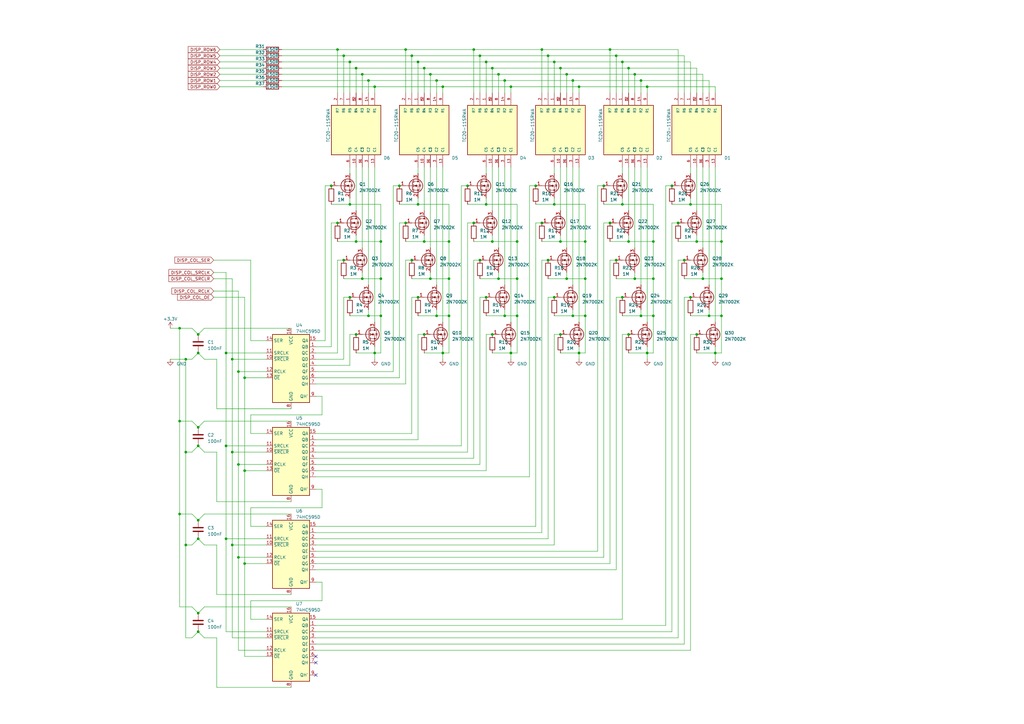
<source format=kicad_sch>
(kicad_sch (version 20230121) (generator eeschema)
  (paper "A3")
  (junction (at 201.93 137.16))
  (junction (at 257.81 27.94))
  (junction (at 232.41 30.48))
  (junction (at 81.28 213.36))
  (junction (at 73.66 134.62))
  (junction (at 143.51 25.4))
  (junction (at 227.33 25.4))
  (junction (at 275.59 76.2))
  (junction (at 224.79 106.68))
  (junction (at 260.35 30.48))
  (junction (at 151.13 33.02))
  (junction (at 229.87 27.94))
  (junction (at 179.07 33.02))
  (junction (at 92.71 220.98))
  (junction (at 201.93 27.94))
  (junction (at 219.71 76.2))
  (junction (at 194.31 91.44))
  (junction (at 194.31 20.32))
  (junction (at 229.87 137.16))
  (junction (at 240.03 114.3))
  (junction (at 81.28 251.46))
  (junction (at 100.33 193.04))
  (junction (at 257.81 99.06))
  (junction (at 171.45 25.4))
  (junction (at 181.61 35.56))
  (junction (at 151.13 129.54))
  (junction (at 81.28 144.78))
  (junction (at 240.03 99.06))
  (junction (at 250.19 91.44))
  (junction (at 285.75 137.16))
  (junction (at 199.39 83.82))
  (junction (at 196.85 106.68))
  (junction (at 212.09 129.54))
  (junction (at 257.81 137.16))
  (junction (at 222.25 91.44))
  (junction (at 209.55 35.56))
  (junction (at 196.85 22.86))
  (junction (at 173.99 137.16))
  (junction (at 229.87 99.06))
  (junction (at 163.83 76.2))
  (junction (at 181.61 144.78))
  (junction (at 227.33 83.82))
  (junction (at 224.79 22.86))
  (junction (at 293.37 144.78))
  (junction (at 100.33 154.94))
  (junction (at 278.13 91.44))
  (junction (at 265.43 144.78))
  (junction (at 283.21 121.92))
  (junction (at 153.67 35.56))
  (junction (at 146.05 99.06))
  (junction (at 240.03 129.54))
  (junction (at 252.73 106.68))
  (junction (at 76.2 185.42))
  (junction (at 267.97 114.3))
  (junction (at 73.66 210.82))
  (junction (at 146.05 27.94))
  (junction (at 173.99 99.06))
  (junction (at 92.71 182.88))
  (junction (at 184.15 114.3))
  (junction (at 237.49 144.78))
  (junction (at 81.28 175.26))
  (junction (at 267.97 129.54))
  (junction (at 138.43 20.32))
  (junction (at 237.49 35.56))
  (junction (at 173.99 27.94))
  (junction (at 97.79 152.4))
  (junction (at 176.53 114.3))
  (junction (at 97.79 228.6))
  (junction (at 295.91 129.54))
  (junction (at 168.91 22.86))
  (junction (at 171.45 121.92))
  (junction (at 135.89 76.2))
  (junction (at 81.28 259.08))
  (junction (at 95.25 185.42))
  (junction (at 199.39 121.92))
  (junction (at 146.05 137.16))
  (junction (at 295.91 114.3))
  (junction (at 179.07 129.54))
  (junction (at 234.95 33.02))
  (junction (at 148.59 114.3))
  (junction (at 207.01 33.02))
  (junction (at 199.39 25.4))
  (junction (at 252.73 22.86))
  (junction (at 92.71 144.78))
  (junction (at 283.21 83.82))
  (junction (at 166.37 20.32))
  (junction (at 176.53 30.48))
  (junction (at 255.27 83.82))
  (junction (at 222.25 20.32))
  (junction (at 247.65 76.2))
  (junction (at 73.66 172.72))
  (junction (at 168.91 106.68))
  (junction (at 201.93 99.06))
  (junction (at 153.67 144.78))
  (junction (at 250.19 20.32))
  (junction (at 255.27 25.4))
  (junction (at 207.01 129.54))
  (junction (at 288.29 114.3))
  (junction (at 212.09 114.3))
  (junction (at 138.43 91.44))
  (junction (at 290.83 129.54))
  (junction (at 81.28 220.98))
  (junction (at 156.21 99.06))
  (junction (at 280.67 106.68))
  (junction (at 140.97 106.68))
  (junction (at 100.33 231.14))
  (junction (at 143.51 121.92))
  (junction (at 95.25 223.52))
  (junction (at 148.59 30.48))
  (junction (at 234.95 129.54))
  (junction (at 232.41 114.3))
  (junction (at 262.89 33.02))
  (junction (at 262.89 129.54))
  (junction (at 156.21 114.3))
  (junction (at 184.15 99.06))
  (junction (at 260.35 114.3))
  (junction (at 184.15 129.54))
  (junction (at 171.45 83.82))
  (junction (at 76.2 147.32))
  (junction (at 143.51 83.82))
  (junction (at 140.97 22.86))
  (junction (at 95.25 147.32))
  (junction (at 156.21 129.54))
  (junction (at 265.43 35.56))
  (junction (at 267.97 99.06))
  (junction (at 285.75 99.06))
  (junction (at 97.79 190.5))
  (junction (at 255.27 121.92))
  (junction (at 204.47 114.3))
  (junction (at 76.2 223.52))
  (junction (at 227.33 121.92))
  (junction (at 191.77 76.2))
  (junction (at 81.28 137.16))
  (junction (at 166.37 91.44))
  (junction (at 212.09 99.06))
  (junction (at 81.28 182.88))
  (junction (at 295.91 99.06))
  (junction (at 209.55 144.78))
  (junction (at 204.47 30.48))
  (no_connect (at 129.54 271.78))
  (no_connect (at 129.54 276.86))
  (no_connect (at 129.54 269.24))
  (wire (pts (xy 204.47 68.58) (xy 204.47 101.6)))
  (wire (pts (xy 166.37 99.06) (xy 173.99 99.06)))
  (wire (pts (xy 115.57 20.32) (xy 138.43 20.32)))
  (wire (pts (xy 69.85 134.62) (xy 73.66 134.62)))
  (wire (pts (xy 88.9 147.32) (xy 88.9 167.64)))
  (wire (pts (xy 191.77 91.44) (xy 191.77 185.42)))
  (wire (pts (xy 201.93 27.94) (xy 173.99 27.94)))
  (wire (pts (xy 132.08 238.76) (xy 132.08 246.38)))
  (wire (pts (xy 285.75 27.94) (xy 257.81 27.94)))
  (wire (pts (xy 171.45 180.34) (xy 129.54 180.34)))
  (wire (pts (xy 78.74 210.82) (xy 81.28 213.36)))
  (wire (pts (xy 148.59 30.48) (xy 148.59 38.1)))
  (wire (pts (xy 109.22 259.08) (xy 92.71 259.08)))
  (wire (pts (xy 95.25 223.52) (xy 109.22 223.52)))
  (wire (pts (xy 199.39 129.54) (xy 207.01 129.54)))
  (wire (pts (xy 209.55 35.56) (xy 181.61 35.56)))
  (wire (pts (xy 73.66 248.92) (xy 78.74 248.92)))
  (wire (pts (xy 153.67 144.78) (xy 153.67 142.24)))
  (wire (pts (xy 179.07 127) (xy 179.07 129.54)))
  (wire (pts (xy 88.9 205.74) (xy 119.38 205.74)))
  (wire (pts (xy 252.73 233.68) (xy 129.54 233.68)))
  (wire (pts (xy 260.35 30.48) (xy 232.41 30.48)))
  (wire (pts (xy 129.54 226.06) (xy 245.11 226.06)))
  (wire (pts (xy 69.85 147.32) (xy 76.2 147.32)))
  (wire (pts (xy 290.83 68.58) (xy 290.83 116.84)))
  (wire (pts (xy 247.65 228.6) (xy 129.54 228.6)))
  (wire (pts (xy 171.45 68.58) (xy 171.45 71.12)))
  (wire (pts (xy 240.03 114.3) (xy 240.03 129.54)))
  (wire (pts (xy 129.54 142.24) (xy 135.89 142.24)))
  (wire (pts (xy 267.97 144.78) (xy 265.43 144.78)))
  (wire (pts (xy 100.33 154.94) (xy 100.33 193.04)))
  (wire (pts (xy 262.89 68.58) (xy 262.89 116.84)))
  (wire (pts (xy 87.63 111.76) (xy 92.71 111.76)))
  (wire (pts (xy 73.66 210.82) (xy 78.74 210.82)))
  (wire (pts (xy 119.38 134.62) (xy 83.82 134.62)))
  (wire (pts (xy 109.22 193.04) (xy 100.33 193.04)))
  (wire (pts (xy 181.61 35.56) (xy 153.67 35.56)))
  (wire (pts (xy 283.21 83.82) (xy 295.91 83.82)))
  (wire (pts (xy 219.71 83.82) (xy 227.33 83.82)))
  (wire (pts (xy 201.93 27.94) (xy 229.87 27.94)))
  (wire (pts (xy 129.54 231.14) (xy 250.19 231.14)))
  (wire (pts (xy 168.91 121.92) (xy 171.45 121.92)))
  (wire (pts (xy 90.17 33.02) (xy 107.95 33.02)))
  (wire (pts (xy 102.87 139.7) (xy 109.22 139.7)))
  (wire (pts (xy 100.33 121.92) (xy 100.33 154.94)))
  (wire (pts (xy 245.11 76.2) (xy 245.11 226.06)))
  (wire (pts (xy 293.37 68.58) (xy 293.37 132.08)))
  (wire (pts (xy 237.49 35.56) (xy 209.55 35.56)))
  (wire (pts (xy 201.93 38.1) (xy 201.93 27.94)))
  (wire (pts (xy 161.29 76.2) (xy 163.83 76.2)))
  (wire (pts (xy 109.22 266.7) (xy 97.79 266.7)))
  (wire (pts (xy 83.82 210.82) (xy 119.38 210.82)))
  (wire (pts (xy 138.43 106.68) (xy 138.43 144.78)))
  (wire (pts (xy 283.21 266.7) (xy 129.54 266.7)))
  (wire (pts (xy 166.37 157.48) (xy 166.37 106.68)))
  (wire (pts (xy 295.91 99.06) (xy 295.91 114.3)))
  (wire (pts (xy 217.17 76.2) (xy 217.17 195.58)))
  (wire (pts (xy 224.79 106.68) (xy 222.25 106.68)))
  (wire (pts (xy 173.99 68.58) (xy 173.99 86.36)))
  (wire (pts (xy 81.28 220.98) (xy 83.82 223.52)))
  (wire (pts (xy 115.57 22.86) (xy 140.97 22.86)))
  (wire (pts (xy 265.43 38.1) (xy 265.43 35.56)))
  (wire (pts (xy 179.07 33.02) (xy 207.01 33.02)))
  (wire (pts (xy 76.2 261.62) (xy 78.74 261.62)))
  (wire (pts (xy 115.57 25.4) (xy 143.51 25.4)))
  (wire (pts (xy 135.89 83.82) (xy 143.51 83.82)))
  (wire (pts (xy 209.55 38.1) (xy 209.55 35.56)))
  (wire (pts (xy 171.45 129.54) (xy 179.07 129.54)))
  (wire (pts (xy 262.89 33.02) (xy 262.89 38.1)))
  (wire (pts (xy 204.47 111.76) (xy 204.47 114.3)))
  (wire (pts (xy 102.87 246.38) (xy 102.87 254)))
  (wire (pts (xy 83.82 248.92) (xy 119.38 248.92)))
  (wire (pts (xy 194.31 187.96) (xy 194.31 106.68)))
  (wire (pts (xy 278.13 106.68) (xy 278.13 261.62)))
  (wire (pts (xy 209.55 144.78) (xy 209.55 142.24)))
  (wire (pts (xy 184.15 114.3) (xy 184.15 129.54)))
  (wire (pts (xy 285.75 144.78) (xy 293.37 144.78)))
  (wire (pts (xy 176.53 68.58) (xy 176.53 101.6)))
  (wire (pts (xy 255.27 81.28) (xy 255.27 83.82)))
  (wire (pts (xy 227.33 68.58) (xy 227.33 71.12)))
  (wire (pts (xy 173.99 96.52) (xy 173.99 99.06)))
  (wire (pts (xy 204.47 30.48) (xy 204.47 38.1)))
  (wire (pts (xy 83.82 172.72) (xy 119.38 172.72)))
  (wire (pts (xy 265.43 144.78) (xy 265.43 142.24)))
  (wire (pts (xy 222.25 20.32) (xy 194.31 20.32)))
  (wire (pts (xy 247.65 76.2) (xy 245.11 76.2)))
  (wire (pts (xy 260.35 111.76) (xy 260.35 114.3)))
  (wire (pts (xy 199.39 137.16) (xy 201.93 137.16)))
  (wire (pts (xy 194.31 91.44) (xy 191.77 91.44)))
  (wire (pts (xy 232.41 30.48) (xy 232.41 38.1)))
  (wire (pts (xy 129.54 193.04) (xy 199.39 193.04)))
  (wire (pts (xy 255.27 68.58) (xy 255.27 71.12)))
  (wire (pts (xy 129.54 139.7) (xy 133.35 139.7)))
  (wire (pts (xy 234.95 127) (xy 234.95 129.54)))
  (wire (pts (xy 285.75 137.16) (xy 283.21 137.16)))
  (wire (pts (xy 97.79 190.5) (xy 97.79 228.6)))
  (wire (pts (xy 95.25 223.52) (xy 95.25 261.62)))
  (wire (pts (xy 212.09 99.06) (xy 212.09 114.3)))
  (wire (pts (xy 92.71 144.78) (xy 109.22 144.78)))
  (wire (pts (xy 196.85 22.86) (xy 224.79 22.86)))
  (wire (pts (xy 119.38 281.94) (xy 88.9 281.94)))
  (wire (pts (xy 81.28 220.98) (xy 78.74 223.52)))
  (wire (pts (xy 199.39 81.28) (xy 199.39 83.82)))
  (wire (pts (xy 81.28 182.88) (xy 83.82 185.42)))
  (wire (pts (xy 234.95 68.58) (xy 234.95 116.84)))
  (wire (pts (xy 207.01 129.54) (xy 212.09 129.54)))
  (wire (pts (xy 129.54 149.86) (xy 143.51 149.86)))
  (wire (pts (xy 199.39 193.04) (xy 199.39 137.16)))
  (wire (pts (xy 260.35 38.1) (xy 260.35 30.48)))
  (wire (pts (xy 146.05 68.58) (xy 146.05 86.36)))
  (wire (pts (xy 148.59 68.58) (xy 148.59 101.6)))
  (wire (pts (xy 237.49 35.56) (xy 237.49 38.1)))
  (wire (pts (xy 267.97 114.3) (xy 267.97 129.54)))
  (wire (pts (xy 148.59 111.76) (xy 148.59 114.3)))
  (wire (pts (xy 129.54 182.88) (xy 189.23 182.88)))
  (wire (pts (xy 252.73 114.3) (xy 260.35 114.3)))
  (wire (pts (xy 219.71 91.44) (xy 222.25 91.44)))
  (wire (pts (xy 227.33 81.28) (xy 227.33 83.82)))
  (wire (pts (xy 267.97 129.54) (xy 267.97 144.78)))
  (wire (pts (xy 97.79 119.38) (xy 97.79 152.4)))
  (wire (pts (xy 143.51 129.54) (xy 151.13 129.54)))
  (wire (pts (xy 219.71 215.9) (xy 219.71 91.44)))
  (wire (pts (xy 76.2 185.42) (xy 76.2 223.52)))
  (wire (pts (xy 194.31 99.06) (xy 201.93 99.06)))
  (wire (pts (xy 232.41 114.3) (xy 240.03 114.3)))
  (wire (pts (xy 92.71 111.76) (xy 92.71 144.78)))
  (wire (pts (xy 295.91 129.54) (xy 295.91 144.78)))
  (wire (pts (xy 212.09 83.82) (xy 212.09 99.06)))
  (wire (pts (xy 217.17 195.58) (xy 129.54 195.58)))
  (wire (pts (xy 275.59 76.2) (xy 273.05 76.2)))
  (wire (pts (xy 288.29 38.1) (xy 288.29 30.48)))
  (wire (pts (xy 267.97 99.06) (xy 267.97 114.3)))
  (wire (pts (xy 295.91 83.82) (xy 295.91 99.06)))
  (wire (pts (xy 76.2 147.32) (xy 78.74 147.32)))
  (wire (pts (xy 90.17 22.86) (xy 107.95 22.86)))
  (wire (pts (xy 76.2 185.42) (xy 78.74 185.42)))
  (wire (pts (xy 97.79 152.4) (xy 109.22 152.4)))
  (wire (pts (xy 227.33 25.4) (xy 199.39 25.4)))
  (wire (pts (xy 90.17 30.48) (xy 107.95 30.48)))
  (wire (pts (xy 135.89 142.24) (xy 135.89 91.44)))
  (wire (pts (xy 73.66 172.72) (xy 78.74 172.72)))
  (wire (pts (xy 252.73 22.86) (xy 252.73 38.1)))
  (wire (pts (xy 176.53 114.3) (xy 184.15 114.3)))
  (wire (pts (xy 290.83 33.02) (xy 262.89 33.02)))
  (wire (pts (xy 132.08 200.66) (xy 129.54 200.66)))
  (wire (pts (xy 255.27 25.4) (xy 255.27 38.1)))
  (wire (pts (xy 92.71 259.08) (xy 92.71 220.98)))
  (wire (pts (xy 275.59 83.82) (xy 283.21 83.82)))
  (wire (pts (xy 250.19 20.32) (xy 250.19 38.1)))
  (wire (pts (xy 285.75 38.1) (xy 285.75 27.94)))
  (wire (pts (xy 257.81 99.06) (xy 267.97 99.06)))
  (wire (pts (xy 146.05 99.06) (xy 156.21 99.06)))
  (wire (pts (xy 280.67 121.92) (xy 283.21 121.92)))
  (wire (pts (xy 255.27 129.54) (xy 262.89 129.54)))
  (wire (pts (xy 283.21 137.16) (xy 283.21 266.7)))
  (wire (pts (xy 153.67 68.58) (xy 153.67 132.08)))
  (wire (pts (xy 81.28 137.16) (xy 78.74 134.62)))
  (wire (pts (xy 146.05 38.1) (xy 146.05 27.94)))
  (wire (pts (xy 83.82 223.52) (xy 88.9 223.52)))
  (wire (pts (xy 100.33 231.14) (xy 109.22 231.14)))
  (wire (pts (xy 87.63 119.38) (xy 97.79 119.38)))
  (wire (pts (xy 168.91 177.8) (xy 168.91 121.92)))
  (wire (pts (xy 189.23 76.2) (xy 191.77 76.2)))
  (wire (pts (xy 201.93 144.78) (xy 209.55 144.78)))
  (wire (pts (xy 293.37 35.56) (xy 265.43 35.56)))
  (wire (pts (xy 90.17 20.32) (xy 107.95 20.32)))
  (wire (pts (xy 115.57 33.02) (xy 151.13 33.02)))
  (wire (pts (xy 140.97 106.68) (xy 138.43 106.68)))
  (wire (pts (xy 88.9 243.84) (xy 119.38 243.84)))
  (wire (pts (xy 129.54 147.32) (xy 140.97 147.32)))
  (wire (pts (xy 100.33 231.14) (xy 100.33 193.04)))
  (wire (pts (xy 184.15 83.82) (xy 184.15 99.06)))
  (wire (pts (xy 240.03 83.82) (xy 240.03 99.06)))
  (wire (pts (xy 250.19 231.14) (xy 250.19 106.68)))
  (wire (pts (xy 168.91 114.3) (xy 176.53 114.3)))
  (wire (pts (xy 181.61 144.78) (xy 181.61 147.32)))
  (wire (pts (xy 73.66 172.72) (xy 73.66 210.82)))
  (wire (pts (xy 151.13 129.54) (xy 156.21 129.54)))
  (wire (pts (xy 295.91 114.3) (xy 295.91 129.54)))
  (wire (pts (xy 78.74 223.52) (xy 76.2 223.52)))
  (wire (pts (xy 143.51 81.28) (xy 143.51 83.82)))
  (wire (pts (xy 237.49 144.78) (xy 237.49 142.24)))
  (wire (pts (xy 285.75 68.58) (xy 285.75 86.36)))
  (wire (pts (xy 92.71 182.88) (xy 109.22 182.88)))
  (wire (pts (xy 290.83 127) (xy 290.83 129.54)))
  (wire (pts (xy 293.37 144.78) (xy 293.37 142.24)))
  (wire (pts (xy 250.19 106.68) (xy 252.73 106.68)))
  (wire (pts (xy 280.67 114.3) (xy 288.29 114.3)))
  (wire (pts (xy 194.31 106.68) (xy 196.85 106.68)))
  (wire (pts (xy 81.28 259.08) (xy 78.74 261.62)))
  (wire (pts (xy 199.39 25.4) (xy 199.39 38.1)))
  (wire (pts (xy 140.97 121.92) (xy 143.51 121.92)))
  (wire (pts (xy 88.9 185.42) (xy 88.9 205.74)))
  (wire (pts (xy 166.37 38.1) (xy 166.37 20.32)))
  (wire (pts (xy 102.87 208.28) (xy 132.08 208.28)))
  (wire (pts (xy 283.21 81.28) (xy 283.21 83.82)))
  (wire (pts (xy 196.85 121.92) (xy 196.85 190.5)))
  (wire (pts (xy 78.74 172.72) (xy 81.28 175.26)))
  (wire (pts (xy 73.66 210.82) (xy 73.66 248.92)))
  (wire (pts (xy 90.17 35.56) (xy 107.95 35.56)))
  (wire (pts (xy 115.57 35.56) (xy 153.67 35.56)))
  (wire (pts (xy 102.87 246.38) (xy 132.08 246.38)))
  (wire (pts (xy 288.29 114.3) (xy 295.91 114.3)))
  (wire (pts (xy 163.83 91.44) (xy 163.83 154.94)))
  (wire (pts (xy 240.03 129.54) (xy 240.03 144.78)))
  (wire (pts (xy 290.83 129.54) (xy 295.91 129.54)))
  (wire (pts (xy 196.85 38.1) (xy 196.85 22.86)))
  (wire (pts (xy 151.13 68.58) (xy 151.13 116.84)))
  (wire (pts (xy 295.91 144.78) (xy 293.37 144.78)))
  (wire (pts (xy 83.82 261.62) (xy 81.28 259.08)))
  (wire (pts (xy 257.81 27.94) (xy 257.81 38.1)))
  (wire (pts (xy 222.25 20.32) (xy 222.25 38.1)))
  (wire (pts (xy 273.05 76.2) (xy 273.05 256.54)))
  (wire (pts (xy 201.93 96.52) (xy 201.93 99.06)))
  (wire (pts (xy 100.33 269.24) (xy 100.33 231.14)))
  (wire (pts (xy 257.81 96.52) (xy 257.81 99.06)))
  (wire (pts (xy 97.79 228.6) (xy 97.79 266.7)))
  (wire (pts (xy 95.25 147.32) (xy 95.25 185.42)))
  (wire (pts (xy 212.09 114.3) (xy 212.09 129.54)))
  (wire (pts (xy 255.27 254) (xy 255.27 137.16)))
  (wire (pts (xy 109.22 215.9) (xy 102.87 215.9)))
  (wire (pts (xy 92.71 144.78) (xy 92.71 182.88)))
  (wire (pts (xy 199.39 121.92) (xy 196.85 121.92)))
  (wire (pts (xy 100.33 154.94) (xy 109.22 154.94)))
  (wire (pts (xy 293.37 144.78) (xy 293.37 147.32)))
  (wire (pts (xy 166.37 20.32) (xy 138.43 20.32)))
  (wire (pts (xy 280.67 38.1) (xy 280.67 22.86)))
  (wire (pts (xy 229.87 68.58) (xy 229.87 86.36)))
  (wire (pts (xy 283.21 25.4) (xy 255.27 25.4)))
  (wire (pts (xy 176.53 38.1) (xy 176.53 30.48)))
  (wire (pts (xy 288.29 30.48) (xy 260.35 30.48)))
  (wire (pts (xy 102.87 170.18) (xy 102.87 177.8)))
  (wire (pts (xy 229.87 96.52) (xy 229.87 99.06)))
  (wire (pts (xy 255.27 137.16) (xy 257.81 137.16)))
  (wire (pts (xy 146.05 27.94) (xy 173.99 27.94)))
  (wire (pts (xy 133.35 76.2) (xy 133.35 139.7)))
  (wire (pts (xy 285.75 96.52) (xy 285.75 99.06)))
  (wire (pts (xy 115.57 27.94) (xy 146.05 27.94)))
  (wire (pts (xy 129.54 215.9) (xy 219.71 215.9)))
  (wire (pts (xy 102.87 254) (xy 109.22 254)))
  (wire (pts (xy 73.66 134.62) (xy 78.74 134.62)))
  (wire (pts (xy 252.73 121.92) (xy 252.73 233.68)))
  (wire (pts (xy 209.55 68.58) (xy 209.55 132.08)))
  (wire (pts (xy 102.87 215.9) (xy 102.87 208.28)))
  (wire (pts (xy 237.49 68.58) (xy 237.49 132.08)))
  (wire (pts (xy 173.99 137.16) (xy 171.45 137.16)))
  (wire (pts (xy 173.99 144.78) (xy 181.61 144.78)))
  (wire (pts (xy 278.13 99.06) (xy 285.75 99.06)))
  (wire (pts (xy 257.81 27.94) (xy 229.87 27.94)))
  (wire (pts (xy 81.28 175.26) (xy 83.82 172.72)))
  (wire (pts (xy 224.79 220.98) (xy 224.79 121.92)))
  (wire (pts (xy 191.77 83.82) (xy 199.39 83.82)))
  (wire (pts (xy 222.25 218.44) (xy 129.54 218.44)))
  (wire (pts (xy 176.53 111.76) (xy 176.53 114.3)))
  (wire (pts (xy 278.13 20.32) (xy 250.19 20.32)))
  (wire (pts (xy 171.45 137.16) (xy 171.45 180.34)))
  (wire (pts (xy 81.28 251.46) (xy 78.74 248.92)))
  (wire (pts (xy 140.97 38.1) (xy 140.97 22.86)))
  (wire (pts (xy 166.37 20.32) (xy 194.31 20.32)))
  (wire (pts (xy 88.9 261.62) (xy 88.9 281.94)))
  (wire (pts (xy 262.89 33.02) (xy 234.95 33.02)))
  (wire (pts (xy 78.74 147.32) (xy 81.28 144.78)))
  (wire (pts (xy 163.83 154.94) (xy 129.54 154.94)))
  (wire (pts (xy 129.54 187.96) (xy 194.31 187.96)))
  (wire (pts (xy 262.89 127) (xy 262.89 129.54)))
  (wire (pts (xy 267.97 83.82) (xy 267.97 99.06)))
  (wire (pts (xy 95.25 114.3) (xy 95.25 147.32)))
  (wire (pts (xy 87.63 114.3) (xy 95.25 114.3)))
  (wire (pts (xy 280.67 106.68) (xy 278.13 106.68)))
  (wire (pts (xy 285.75 99.06) (xy 295.91 99.06)))
  (wire (pts (xy 199.39 68.58) (xy 199.39 71.12)))
  (wire (pts (xy 222.25 99.06) (xy 229.87 99.06)))
  (wire (pts (xy 90.17 27.94) (xy 107.95 27.94)))
  (wire (pts (xy 151.13 33.02) (xy 179.07 33.02)))
  (wire (pts (xy 255.27 83.82) (xy 267.97 83.82)))
  (wire (pts (xy 227.33 25.4) (xy 227.33 38.1)))
  (wire (pts (xy 273.05 256.54) (xy 129.54 256.54)))
  (wire (pts (xy 176.53 30.48) (xy 148.59 30.48)))
  (wire (pts (xy 288.29 68.58) (xy 288.29 101.6)))
  (wire (pts (xy 181.61 38.1) (xy 181.61 35.56)))
  (wire (pts (xy 129.54 254) (xy 255.27 254)))
  (wire (pts (xy 250.19 99.06) (xy 257.81 99.06)))
  (wire (pts (xy 234.95 129.54) (xy 240.03 129.54)))
  (wire (pts (xy 196.85 22.86) (xy 168.91 22.86)))
  (wire (pts (xy 179.07 38.1) (xy 179.07 33.02)))
  (wire (pts (xy 212.09 144.78) (xy 209.55 144.78)))
  (wire (pts (xy 146.05 144.78) (xy 153.67 144.78)))
  (wire (pts (xy 237.49 144.78) (xy 237.49 147.32)))
  (wire (pts (xy 224.79 114.3) (xy 232.41 114.3)))
  (wire (pts (xy 156.21 99.06) (xy 156.21 114.3)))
  (wire (pts (xy 283.21 129.54) (xy 290.83 129.54)))
  (wire (pts (xy 229.87 144.78) (xy 237.49 144.78)))
  (wire (pts (xy 95.25 261.62) (xy 109.22 261.62)))
  (wire (pts (xy 129.54 157.48) (xy 166.37 157.48)))
  (wire (pts (xy 184.15 144.78) (xy 181.61 144.78)))
  (wire (pts (xy 73.66 134.62) (xy 73.66 172.72)))
  (wire (pts (xy 265.43 144.78) (xy 265.43 147.32)))
  (wire (pts (xy 227.33 83.82) (xy 240.03 83.82)))
  (wire (pts (xy 81.28 251.46) (xy 83.82 248.92)))
  (wire (pts (xy 191.77 185.42) (xy 129.54 185.42)))
  (wire (pts (xy 260.35 68.58) (xy 260.35 101.6)))
  (wire (pts (xy 199.39 83.82) (xy 212.09 83.82)))
  (wire (pts (xy 87.63 121.92) (xy 100.33 121.92)))
  (wire (pts (xy 171.45 83.82) (xy 184.15 83.82)))
  (wire (pts (xy 250.19 20.32) (xy 222.25 20.32)))
  (wire (pts (xy 95.25 185.42) (xy 95.25 223.52)))
  (wire (pts (xy 146.05 96.52) (xy 146.05 99.06)))
  (wire (pts (xy 156.21 114.3) (xy 156.21 129.54)))
  (wire (pts (xy 257.81 144.78) (xy 265.43 144.78)))
  (wire (pts (xy 129.54 259.08) (xy 275.59 259.08)))
  (wire (pts (xy 207.01 127) (xy 207.01 129.54)))
  (wire (pts (xy 280.67 264.16) (xy 280.67 121.92)))
  (wire (pts (xy 143.51 83.82) (xy 156.21 83.82)))
  (wire (pts (xy 151.13 127) (xy 151.13 129.54)))
  (wire (pts (xy 109.22 220.98) (xy 92.71 220.98)))
  (wire (pts (xy 102.87 106.68) (xy 102.87 139.7)))
  (wire (pts (xy 255.27 121.92) (xy 252.73 121.92)))
  (wire (pts (xy 229.87 99.06) (xy 240.03 99.06)))
  (wire (pts (xy 129.54 152.4) (xy 161.29 152.4)))
  (wire (pts (xy 184.15 129.54) (xy 184.15 144.78)))
  (wire (pts (xy 88.9 261.62) (xy 83.82 261.62)))
  (wire (pts (xy 212.09 129.54) (xy 212.09 144.78)))
  (wire (pts (xy 129.54 264.16) (xy 280.67 264.16)))
  (wire (pts (xy 76.2 147.32) (xy 76.2 185.42)))
  (wire (pts (xy 140.97 114.3) (xy 148.59 114.3)))
  (wire (pts (xy 153.67 38.1) (xy 153.67 35.56)))
  (wire (pts (xy 229.87 27.94) (xy 229.87 38.1)))
  (wire (pts (xy 166.37 106.68) (xy 168.91 106.68)))
  (wire (pts (xy 293.37 38.1) (xy 293.37 35.56)))
  (wire (pts (xy 81.28 137.16) (xy 83.82 134.62)))
  (wire (pts (xy 283.21 68.58) (xy 283.21 71.12)))
  (wire (pts (xy 204.47 114.3) (xy 212.09 114.3)))
  (wire (pts (xy 156.21 129.54) (xy 156.21 144.78)))
  (wire (pts (xy 196.85 190.5) (xy 129.54 190.5)))
  (wire (pts (xy 234.95 33.02) (xy 207.01 33.02)))
  (wire (pts (xy 171.45 25.4) (xy 199.39 25.4)))
  (wire (pts (xy 224.79 121.92) (xy 227.33 121.92)))
  (wire (pts (xy 143.51 137.16) (xy 143.51 149.86)))
  (wire (pts (xy 179.07 68.58) (xy 179.07 116.84)))
  (wire (pts (xy 219.71 76.2) (xy 217.17 76.2)))
  (wire (pts (xy 132.08 208.28) (xy 132.08 200.66)))
  (wire (pts (xy 166.37 91.44) (xy 163.83 91.44)))
  (wire (pts (xy 283.21 25.4) (xy 283.21 38.1)))
  (wire (pts (xy 148.59 114.3) (xy 156.21 114.3)))
  (wire (pts (xy 179.07 129.54) (xy 184.15 129.54)))
  (wire (pts (xy 109.22 269.24) (xy 100.33 269.24)))
  (wire (pts (xy 275.59 91.44) (xy 278.13 91.44)))
  (wire (pts (xy 201.93 68.58) (xy 201.93 86.36)))
  (wire (pts (xy 280.67 22.86) (xy 252.73 22.86)))
  (wire (pts (xy 288.29 111.76) (xy 288.29 114.3)))
  (wire (pts (xy 209.55 144.78) (xy 209.55 147.32)))
  (wire (pts (xy 171.45 25.4) (xy 143.51 25.4)))
  (wire (pts (xy 81.28 182.88) (xy 78.74 185.42)))
  (wire (pts (xy 83.82 210.82) (xy 81.28 213.36)))
  (wire (pts (xy 227.33 137.16) (xy 227.33 223.52)))
  (wire (pts (xy 156.21 144.78) (xy 153.67 144.78)))
  (wire (pts (xy 138.43 144.78) (xy 129.54 144.78)))
  (wire (pts (xy 265.43 68.58) (xy 265.43 132.08)))
  (wire (pts (xy 129.54 162.56) (xy 132.08 162.56)))
  (wire (pts (xy 143.51 25.4) (xy 143.51 38.1)))
  (wire (pts (xy 257.81 68.58) (xy 257.81 86.36)))
  (wire (pts (xy 227.33 129.54) (xy 234.95 129.54)))
  (wire (pts (xy 247.65 83.82) (xy 255.27 83.82)))
  (wire (pts (xy 173.99 99.06) (xy 184.15 99.06)))
  (wire (pts (xy 224.79 22.86) (xy 224.79 38.1)))
  (wire (pts (xy 232.41 68.58) (xy 232.41 101.6)))
  (wire (pts (xy 171.45 38.1) (xy 171.45 25.4)))
  (wire (pts (xy 129.54 238.76) (xy 132.08 238.76)))
  (wire (pts (xy 138.43 99.06) (xy 146.05 99.06)))
  (wire (pts (xy 227.33 223.52) (xy 129.54 223.52)))
  (wire (pts (xy 156.21 83.82) (xy 156.21 99.06)))
  (wire (pts (xy 240.03 144.78) (xy 237.49 144.78)))
  (wire (pts (xy 146.05 137.16) (xy 143.51 137.16)))
  (wire (pts (xy 176.53 30.48) (xy 204.47 30.48)))
  (wire (pts (xy 151.13 38.1) (xy 151.13 33.02)))
  (wire (pts (xy 109.22 185.42) (xy 95.25 185.42)))
  (wire (pts (xy 95.25 147.32) (xy 109.22 147.32)))
  (wire (pts (xy 232.41 30.48) (xy 204.47 30.48)))
  (wire (pts (xy 87.63 106.68) (xy 102.87 106.68)))
  (wire (pts (xy 153.67 144.78) (xy 153.67 147.32)))
  (wire (pts (xy 97.79 152.4) (xy 97.79 190.5)))
  (wire (pts (xy 194.31 20.32) (xy 194.31 38.1)))
  (wire (pts (xy 76.2 223.52) (xy 76.2 261.62)))
  (wire (pts (xy 250.19 91.44) (xy 247.65 91.44)))
  (wire (pts (xy 109.22 190.5) (xy 97.79 190.5)))
  (wire (pts (xy 90.17 25.4) (xy 107.95 25.4)))
  (wire (pts (xy 278.13 20.32) (xy 278.13 38.1)))
  (wire (pts (xy 83.82 185.42) (xy 88.9 185.42)))
  (wire (pts (xy 260.35 114.3) (xy 267.97 114.3)))
  (wire (pts (xy 247.65 91.44) (xy 247.65 228.6)))
  (wire (pts (xy 140.97 147.32) (xy 140.97 121.92)))
  (wire (pts (xy 115.57 30.48) (xy 148.59 30.48)))
  (wire (pts (xy 83.82 147.32) (xy 88.9 147.32)))
  (wire (pts (xy 240.03 99.06) (xy 240.03 114.3)))
  (wire (pts (xy 181.61 68.58) (xy 181.61 132.08)))
  (wire (pts (xy 290.83 38.1) (xy 290.83 33.02)))
  (wire (pts (xy 265.43 35.56) (xy 237.49 35.56)))
  (wire (pts (xy 143.51 68.58) (xy 143.51 71.12)))
  (wire (pts (xy 129.54 220.98) (xy 224.79 220.98)))
  (wire (pts (xy 102.87 177.8) (xy 109.22 177.8)))
  (wire (pts (xy 234.95 33.02) (xy 234.95 38.1)))
  (wire (pts (xy 161.29 152.4) (xy 161.29 76.2)))
  (wire (pts (xy 222.25 106.68) (xy 222.25 218.44)))
  (wire (pts (xy 255.27 25.4) (xy 227.33 25.4)))
  (wire (pts (xy 189.23 182.88) (xy 189.23 76.2)))
  (wire (pts (xy 135.89 91.44) (xy 138.43 91.44)))
  (wire (pts (xy 181.61 144.78) (xy 181.61 142.24)))
  (wire (pts (xy 207.01 33.02) (xy 207.01 38.1)))
  (wire (pts (xy 135.89 76.2) (xy 133.35 76.2)))
  (wire (pts (xy 278.13 261.62) (xy 129.54 261.62)))
  (wire (pts (xy 140.97 22.86) (xy 168.91 22.86)))
  (wire (pts (xy 81.28 144.78) (xy 83.82 147.32)))
  (wire (pts (xy 168.91 22.86) (xy 168.91 38.1)))
  (wire (pts (xy 132.08 170.18) (xy 102.87 170.18)))
  (wire (pts (xy 201.93 99.06) (xy 212.09 99.06)))
  (wire (pts (xy 207.01 68.58) (xy 207.01 116.84)))
  (wire (pts (xy 173.99 27.94) (xy 173.99 38.1)))
  (wire (pts (xy 129.54 177.8) (xy 168.91 177.8)))
  (wire (pts (xy 171.45 81.28) (xy 171.45 83.82)))
  (wire (pts (xy 132.08 162.56) (xy 132.08 170.18)))
  (wire (pts (xy 88.9 167.64) (xy 119.38 167.64)))
  (wire (pts (xy 275.59 259.08) (xy 275.59 91.44)))
  (wire (pts (xy 196.85 114.3) (xy 204.47 114.3)))
  (wire (pts (xy 229.87 137.16) (xy 227.33 137.16)))
  (wire (pts (xy 88.9 223.52) (xy 88.9 243.84)))
  (wire (pts (xy 163.83 83.82) (xy 171.45 83.82)))
  (wire (pts (xy 184.15 99.06) (xy 184.15 114.3)))
  (wire (pts (xy 232.41 111.76) (xy 232.41 114.3)))
  (wire (pts (xy 138.43 20.32) (xy 138.43 38.1)))
  (wire (pts (xy 262.89 129.54) (xy 267.97 129.54)))
  (wire (pts (xy 92.71 220.98) (xy 92.71 182.88)))
  (wire (pts (xy 252.73 22.86) (xy 224.79 22.86)))
  (wire (pts (xy 97.79 228.6) (xy 109.22 228.6)))
  (global_label "DISP_COL_RCLK" (shape input) (at 87.63 119.38 180) (property "Intersheetrefs" "${INTERSHEET_REFS}" (effects hide)))
  (global_label "DISP_ROW1" (shape input) (at 90.17 33.02 180) (property "Intersheetrefs" "${INTERSHEET_REFS}" (effects hide)))
  (global_label "DISP_COL_SER" (shape input) (at 87.63 106.68 180) (property "Intersheetrefs" "${INTERSHEET_REFS}" (effects hide)))
  (global_label "DISP_ROW4" (shape input) (at 90.17 25.4 180) (property "Intersheetrefs" "${INTERSHEET_REFS}" (effects hide)))
  (global_label "DISP_COL_SRCLR" (shape input) (at 87.63 114.3 180) (property "Intersheetrefs" "${INTERSHEET_REFS}" (effects hide)))
  (global_label "DISP_ROW0" (shape input) (at 90.17 35.56 180) (property "Intersheetrefs" "${INTERSHEET_REFS}" (effects hide)))
  (global_label "DISP_ROW6" (shape input) (at 90.17 20.32 180) (property "Intersheetrefs" "${INTERSHEET_REFS}" (effects hide)))
  (global_label "DISP_COL_OE" (shape input) (at 87.63 121.92 180) (property "Intersheetrefs" "${INTERSHEET_REFS}" (effects hide)))
  (global_label "DISP_ROW2" (shape input) (at 90.17 30.48 180) (property "Intersheetrefs" "${INTERSHEET_REFS}" (effects hide)))
  (global_label "DISP_ROW3" (shape input) (at 90.17 27.94 180) (property "Intersheetrefs" "${INTERSHEET_REFS}" (effects hide)))
  (global_label "DISP_COL_SRCLK" (shape input) (at 87.63 111.76 180) (property "Intersheetrefs" "${INTERSHEET_REFS}" (effects hide)))
  (global_label "DISP_ROW5" (shape input) (at 90.17 22.86 180) (property "Intersheetrefs" "${INTERSHEET_REFS}" (effects hide)))
  (symbol (lib_id "Transistor_FET:2N7002K") (at 288.29 121.92 0) (unit 1)
    (property "Reference" "Q29" (at 294.64 121.285 0) (effects (justify left)))
    (property "Value" "2N7002K" (at 294.64 123.825 0) (effects (justify left)))
    (property "Footprint" "Package_TO_SOT_SMD:TSOT-23" (effects hide))
    (property "Datasheet" "https://www.diodes.com/assets/Datasheets/ds30896.pdf" (effects hide))
  )
  (symbol (lib_id "Transistor_FET:2N7002K") (at 255.27 91.44 0) (unit 1)
    (property "Reference" "Q22" (at 261.62 90.805 0) (effects (justify left)))
    (property "Value" "2N7002K" (at 261.62 93.345 0) (effects (justify left)))
    (property "Footprint" "Package_TO_SOT_SMD:TSOT-23" (effects hide))
    (property "Datasheet" "https://www.diodes.com/assets/Datasheets/ds30896.pdf" (effects hide))
  )
  (symbol (lib_id "Transistor_FET:2N7002K") (at 201.93 106.68 0) (unit 1)
    (property "Reference" "Q13" (at 208.28 106.045 0) (effects (justify left)))
    (property "Value" "2N7002K" (at 208.28 108.585 0) (effects (justify left)))
    (property "Footprint" "Package_TO_SOT_SMD:TSOT-23" (effects hide))
    (property "Datasheet" "https://www.diodes.com/assets/Datasheets/ds30896.pdf" (effects hide))
  )
  (symbol (lib_id "Transistor_FET:2N7002K") (at 252.73 76.2 0) (unit 1)
    (property "Reference" "Q21" (at 259.08 75.565 0) (effects (justify left)))
    (property "Value" "2N7002K" (at 259.08 78.105 0) (effects (justify left)))
    (property "Footprint" "Package_TO_SOT_SMD:TSOT-23" (effects hide))
    (property "Datasheet" "https://www.diodes.com/assets/Datasheets/ds30896.pdf" (effects hide))
  )
  (symbol (lib_id "Device:R") (at 201.93 140.97 0) (unit 1)
    (property "Reference" "R15" (at 204.47 140.335 0) (effects (justify left)))
    (property "Value" "1M" (at 204.47 142.875 0) (effects (justify left)))
    (property "Footprint" "Resistor_SMD:R_0603_1608Metric" (effects hide))
    (instances (project "LT1" (path "" (reference "R15") (unit 1)) (path "" (reference "R22") (unit 1))))
  )
  (symbol (lib_id "Device:R") (at 199.39 125.73 0) (unit 1)
    (property "Reference" "R14" (at 201.93 125.095 0) (effects (justify left)))
    (property "Value" "1M" (at 201.93 127.635 0) (effects (justify left)))
    (property "Footprint" "Resistor_SMD:R_0603_1608Metric" (effects hide))
    (instances (project "LT1" (path "" (reference "R14") (unit 1)) (path "" (reference "R21") (unit 1))))
  )
  (symbol (lib_id "Device:R") (at 111.76 25.4 90) (unit 1)
    (property "Reference" "R33" (at 106.68 24.13 90))
    (property "Value" "150R" (at 111.76 25.4 90))
    (property "Footprint" "Resistor_SMD:R_0603_1608Metric" (effects hide))
    (instances (project "LT1" (path "" (reference "R33") (unit 1)) (path "" (reference "R3") (unit 1))))
  )
  (symbol (lib_id "Device:R") (at 171.45 125.73 0) (unit 1)
    (property "Reference" "R9" (at 173.99 125.095 0) (effects (justify left)))
    (property "Value" "1M" (at 173.99 127.635 0) (effects (justify left)))
    (property "Footprint" "Resistor_SMD:R_0603_1608Metric" (effects hide))
    (instances (project "LT1" (path "" (reference "R9") (unit 1)) (path "" (reference "R16") (unit 1))))
  )
  (symbol (lib_id "TC20-11SRWA:TC20-11SRWA") (at 285.75 53.34 270) (unit 1)
    (property "Reference" "D1" (at 299.72 64.77 90) (effects (justify right)))
    (property "Value" "TC20-11SRWA" (at 274.32 58.42 0) (effects (justify right)))
    (property "Footprint" "TC20-11SRWA:LED_TC20-11SRWA" (effects hide))
    (property "MF" "Kingbright" (effects hide))
    (property "MAXIMUM_PACKAGE_HEIGHT" "8.7 mm" (effects hide))
    (property "Package" "None" (effects hide))
    (property "Price" "None" (effects hide))
    (property "Check_prices" "https://www.snapeda.com/parts/TC20-11SRWA/Kingbright/view-part/?ref=eda" (effects hide))
    (property "STANDARD" "Manufacturer Recommendations" (effects hide))
    (property "PARTREV" "V.1A" (effects hide))
    (property "SnapEDA_Link" "https://www.snapeda.com/parts/TC20-11SRWA/Kingbright/view-part/?ref=snap" (effects hide))
    (property "MP" "TC20-11SRWA" (effects hide))
    (property "Purchase-URL" "https://www.snapeda.com/api/url_track_click_mouser/?unipart_id=429420&manufacturer=Kingbright&part_name=TC20-11SRWA&search_term=None" (effects hide))
    (property "Description" "\nDot Matrix Display Module 5 x 7 Common Anode Row, Common Cathode Column Red 1.85V - 1.50 L x 2.09 W x 0.33 H (38.10mm x 53.10mm x 8.50mm)\n" (effects hide))
    (property "Availability" "In Stock" (effects hide))
    (property "MANUFACTURER" "Kingbright" (effects hide))
    (instances (project "LT1" (path "" (reference "D1") (unit 1)) (path "" (reference "D6") (unit 1))))
  )
  (symbol (lib_id "74xx:74HC595") (at 119.38 149.86 0) (unit 1)
    (property "Reference" "U4" (at 121.3359 133.35 0) (effects (justify left)))
    (property "Value" "74HC595D" (at 121.3359 135.89 0) (effects (justify left)))
    (property "Footprint" "Package_SO:SO-16_3.9x9.9mm_P1.27mm" (effects hide))
    (property "Datasheet" "http://www.ti.com/lit/ds/symlink/sn74hc595.pdf" (effects hide))
  )
  (symbol (lib_id "Transistor_FET:2N7002K") (at 199.39 91.44 0) (unit 1)
    (property "Reference" "Q12" (at 205.74 90.805 0) (effects (justify left)))
    (property "Value" "2N7002K" (at 205.74 93.345 0) (effects (justify left)))
    (property "Footprint" "Package_TO_SOT_SMD:TSOT-23" (effects hide))
    (property "Datasheet" "https://www.diodes.com/assets/Datasheets/ds30896.pdf" (effects hide))
  )
  (symbol (lib_id "Device:R") (at 196.85 110.49 0) (unit 1)
    (property "Reference" "R13" (at 199.39 109.855 0) (effects (justify left)))
    (property "Value" "1M" (at 199.39 112.395 0) (effects (justify left)))
    (property "Footprint" "Resistor_SMD:R_0603_1608Metric" (effects hide))
    (instances (project "LT1" (path "" (reference "R13") (unit 1)) (path "" (reference "R20") (unit 1))))
  )
  (symbol (lib_id "Device:R") (at 227.33 125.73 0) (unit 1)
    (property "Reference" "R19" (at 229.87 125.095 0) (effects (justify left)))
    (property "Value" "1M" (at 229.87 127.635 0) (effects (justify left)))
    (property "Footprint" "Resistor_SMD:R_0603_1608Metric" (effects hide))
    (instances (project "LT1" (path "" (reference "R19") (unit 1)) (path "" (reference "R26") (unit 1))))
  )
  (symbol (lib_id "Device:C") (at 81.28 140.97 0) (unit 1)
    (property "Reference" "C1" (at 85.09 140.335 0) (effects (justify left)))
    (property "Value" "100nF" (at 85.09 142.875 0) (effects (justify left)))
    (property "Footprint" "Capacitor_SMD:C_0603_1608Metric" (effects hide))
  )
  (symbol (lib_id "Device:C") (at 81.28 217.17 0) (unit 1)
    (property "Reference" "C3" (at 85.09 216.535 0) (effects (justify left)))
    (property "Value" "100nF" (at 85.09 219.075 0) (effects (justify left)))
    (property "Footprint" "Capacitor_SMD:C_0603_1608Metric" (effects hide))
  )
  (symbol (lib_id "Device:R") (at 224.79 110.49 0) (unit 1)
    (property "Reference" "R18" (at 227.33 109.855 0) (effects (justify left)))
    (property "Value" "1M" (at 227.33 112.395 0) (effects (justify left)))
    (property "Footprint" "Resistor_SMD:R_0603_1608Metric" (effects hide))
    (instances (project "LT1" (path "" (reference "R18") (unit 1)) (path "" (reference "R25") (unit 1))))
  )
  (symbol (lib_id "power:+3.3V") (at 69.85 134.62 0) (unit 1)
    (property "Reference" "#PWR03" (effects hide))
    (property "Value" "+3.3V" (at 69.85 130.81 0))
    (instances (project "LT1" (path "" (reference "#PWR03") (unit 1)) (path "" (reference "#PWR02") (unit 1))))
  )
  (symbol (lib_id "Transistor_FET:2N7002K") (at 280.67 76.2 0) (unit 1)
    (property "Reference" "Q26" (at 287.02 75.565 0) (effects (justify left)))
    (property "Value" "2N7002K" (at 287.02 78.105 0) (effects (justify left)))
    (property "Footprint" "Package_TO_SOT_SMD:TSOT-23" (effects hide))
    (property "Datasheet" "https://www.diodes.com/assets/Datasheets/ds30896.pdf" (effects hide))
  )
  (symbol (lib_id "Device:R") (at 255.27 125.73 0) (unit 1)
    (property "Reference" "R24" (at 257.81 125.095 0) (effects (justify left)))
    (property "Value" "1M" (at 257.81 127.635 0) (effects (justify left)))
    (property "Footprint" "Resistor_SMD:R_0603_1608Metric" (effects hide))
    (instances (project "LT1" (path "" (reference "R24") (unit 1)) (path "" (reference "R31") (unit 1))))
  )
  (symbol (lib_id "Transistor_FET:2N7002K") (at 257.81 106.68 0) (unit 1)
    (property "Reference" "Q23" (at 264.16 106.045 0) (effects (justify left)))
    (property "Value" "2N7002K" (at 264.16 108.585 0) (effects (justify left)))
    (property "Footprint" "Package_TO_SOT_SMD:TSOT-23" (effects hide))
    (property "Datasheet" "https://www.diodes.com/assets/Datasheets/ds30896.pdf" (effects hide))
  )
  (symbol (lib_id "Transistor_FET:2N7002K") (at 151.13 137.16 0) (unit 1)
    (property "Reference" "Q5" (at 157.48 136.525 0) (effects (justify left)))
    (property "Value" "2N7002K" (at 157.48 139.065 0) (effects (justify left)))
    (property "Footprint" "Package_TO_SOT_SMD:TSOT-23" (effects hide))
    (property "Datasheet" "https://www.diodes.com/assets/Datasheets/ds30896.pdf" (effects hide))
  )
  (symbol (lib_id "Device:R") (at 250.19 95.25 0) (unit 1)
    (property "Reference" "R22" (at 252.73 94.615 0) (effects (justify left)))
    (property "Value" "1M" (at 252.73 97.155 0) (effects (justify left)))
    (property "Footprint" "Resistor_SMD:R_0603_1608Metric" (effects hide))
    (instances (project "LT1" (path "" (reference "R22") (unit 1)) (path "" (reference "R29") (unit 1))))
  )
  (symbol (lib_id "power:GND") (at 265.43 147.32 0) (unit 1)
    (property "Reference" "#PWR09" (effects hide))
    (property "Value" "GND" (at 267.97 149.225 0) (effects (justify left)))
  )
  (symbol (lib_id "Device:R") (at 278.13 95.25 0) (unit 1)
    (property "Reference" "R27" (at 280.67 94.615 0) (effects (justify left)))
    (property "Value" "1M" (at 280.67 97.155 0) (effects (justify left)))
    (property "Footprint" "Resistor_SMD:R_0603_1608Metric" (effects hide))
    (instances (project "LT1" (path "" (reference "R27") (unit 1)) (path "" (reference "R34") (unit 1))))
  )
  (symbol (lib_id "Device:R") (at 219.71 80.01 0) (unit 1)
    (property "Reference" "R16" (at 222.25 79.375 0) (effects (justify left)))
    (property "Value" "1M" (at 222.25 81.915 0) (effects (justify left)))
    (property "Footprint" "Resistor_SMD:R_0603_1608Metric" (effects hide))
    (instances (project "LT1" (path "" (reference "R16") (unit 1)) (path "" (reference "R23") (unit 1))))
  )
  (symbol (lib_id "Device:R") (at 283.21 125.73 0) (unit 1)
    (property "Reference" "R29" (at 285.75 125.095 0) (effects (justify left)))
    (property "Value" "1M" (at 285.75 127.635 0) (effects (justify left)))
    (property "Footprint" "Resistor_SMD:R_0603_1608Metric" (effects hide))
    (instances (project "LT1" (path "" (reference "R29") (unit 1)) (path "" (reference "R36") (unit 1))))
  )
  (symbol (lib_id "TC20-11SRWA:TC20-11SRWA") (at 257.81 53.34 270) (unit 1)
    (property "Reference" "D2" (at 271.78 64.77 90) (effects (justify right)))
    (property "Value" "TC20-11SRWA" (at 246.38 58.42 0) (effects (justify right)))
    (property "Footprint" "TC20-11SRWA:LED_TC20-11SRWA" (effects hide))
    (property "MF" "Kingbright" (effects hide))
    (property "MAXIMUM_PACKAGE_HEIGHT" "8.7 mm" (effects hide))
    (property "Package" "None" (effects hide))
    (property "Price" "None" (effects hide))
    (property "Check_prices" "https://www.snapeda.com/parts/TC20-11SRWA/Kingbright/view-part/?ref=eda" (effects hide))
    (property "STANDARD" "Manufacturer Recommendations" (effects hide))
    (property "PARTREV" "V.1A" (effects hide))
    (property "SnapEDA_Link" "https://www.snapeda.com/parts/TC20-11SRWA/Kingbright/view-part/?ref=snap" (effects hide))
    (property "MP" "TC20-11SRWA" (effects hide))
    (property "Purchase-URL" "https://www.snapeda.com/api/url_track_click_mouser/?unipart_id=429420&manufacturer=Kingbright&part_name=TC20-11SRWA&search_term=None" (effects hide))
    (property "Description" "\nDot Matrix Display Module 5 x 7 Common Anode Row, Common Cathode Column Red 1.85V - 1.50 L x 2.09 W x 0.33 H (38.10mm x 53.10mm x 8.50mm)\n" (effects hide))
    (property "Availability" "In Stock" (effects hide))
    (property "MANUFACTURER" "Kingbright" (effects hide))
    (instances (project "LT1" (path "" (reference "D2") (unit 1)) (path "" (reference "D5") (unit 1))))
  )
  (symbol (lib_id "Transistor_FET:2N7002K") (at 207.01 137.16 0) (unit 1)
    (property "Reference" "Q15" (at 213.36 136.525 0) (effects (justify left)))
    (property "Value" "2N7002K" (at 213.36 139.065 0) (effects (justify left)))
    (property "Footprint" "Package_TO_SOT_SMD:TSOT-23" (effects hide))
    (property "Datasheet" "https://www.diodes.com/assets/Datasheets/ds30896.pdf" (effects hide))
  )
  (symbol (lib_id "Transistor_FET:2N7002K") (at 148.59 121.92 0) (unit 1)
    (property "Reference" "Q4" (at 154.94 121.285 0) (effects (justify left)))
    (property "Value" "2N7002K" (at 154.94 123.825 0) (effects (justify left)))
    (property "Footprint" "Package_TO_SOT_SMD:TSOT-23" (effects hide))
    (property "Datasheet" "https://www.diodes.com/assets/Datasheets/ds30896.pdf" (effects hide))
  )
  (symbol (lib_id "74xx:74HC595") (at 119.38 264.16 0) (unit 1)
    (property "Reference" "U7" (at 121.3359 247.65 0) (effects (justify left)))
    (property "Value" "74HC595D" (at 121.3359 250.19 0) (effects (justify left)))
    (property "Footprint" "Package_SO:SO-16_3.9x9.9mm_P1.27mm" (effects hide))
    (property "Datasheet" "http://www.ti.com/lit/ds/symlink/sn74hc595.pdf" (effects hide))
  )
  (symbol (lib_id "Device:R") (at 168.91 110.49 0) (unit 1)
    (property "Reference" "R8" (at 171.45 109.855 0) (effects (justify left)))
    (property "Value" "1M" (at 171.45 112.395 0) (effects (justify left)))
    (property "Footprint" "Resistor_SMD:R_0603_1608Metric" (effects hide))
    (instances (project "LT1" (path "" (reference "R8") (unit 1)) (path "" (reference "R15") (unit 1))))
  )
  (symbol (lib_id "Device:R") (at 111.76 33.02 90) (unit 1)
    (property "Reference" "R36" (at 106.68 31.75 90))
    (property "Value" "150R" (at 111.76 33.02 90))
    (property "Footprint" "Resistor_SMD:R_0603_1608Metric" (effects hide))
    (instances (project "LT1" (path "" (reference "R36") (unit 1)) (path "" (reference "R6") (unit 1))))
  )
  (symbol (lib_id "Device:R") (at 285.75 140.97 0) (unit 1)
    (property "Reference" "R30" (at 288.29 140.335 0) (effects (justify left)))
    (property "Value" "1M" (at 288.29 142.875 0) (effects (justify left)))
    (property "Footprint" "Resistor_SMD:R_0603_1608Metric" (effects hide))
    (instances (project "LT1" (path "" (reference "R30") (unit 1)) (path "" (reference "R37") (unit 1))))
  )
  (symbol (lib_id "Device:R") (at 163.83 80.01 0) (unit 1)
    (property "Reference" "R6" (at 166.37 79.375 0) (effects (justify left)))
    (property "Value" "1M" (at 166.37 81.915 0) (effects (justify left)))
    (property "Footprint" "Resistor_SMD:R_0603_1608Metric" (effects hide))
    (instances (project "LT1" (path "" (reference "R6") (unit 1)) (path "" (reference "R13") (unit 1))))
  )
  (symbol (lib_id "Transistor_FET:2N7002K") (at 234.95 137.16 0) (unit 1)
    (property "Reference" "Q20" (at 241.3 136.525 0) (effects (justify left)))
    (property "Value" "2N7002K" (at 241.3 139.065 0) (effects (justify left)))
    (property "Footprint" "Package_TO_SOT_SMD:TSOT-23" (effects hide))
    (property "Datasheet" "https://www.diodes.com/assets/Datasheets/ds30896.pdf" (effects hide))
  )
  (symbol (lib_id "TC20-11SRWA:TC20-11SRWA") (at 173.99 53.34 270) (unit 1)
    (property "Reference" "D5" (at 187.96 64.77 90) (effects (justify right)))
    (property "Value" "TC20-11SRWA" (at 162.56 58.42 0) (effects (justify right)))
    (property "Footprint" "TC20-11SRWA:LED_TC20-11SRWA" (effects hide))
    (property "MF" "Kingbright" (effects hide))
    (property "MAXIMUM_PACKAGE_HEIGHT" "8.7 mm" (effects hide))
    (property "Package" "None" (effects hide))
    (property "Price" "None" (effects hide))
    (property "Check_prices" "https://www.snapeda.com/parts/TC20-11SRWA/Kingbright/view-part/?ref=eda" (effects hide))
    (property "STANDARD" "Manufacturer Recommendations" (effects hide))
    (property "PARTREV" "V.1A" (effects hide))
    (property "SnapEDA_Link" "https://www.snapeda.com/parts/TC20-11SRWA/Kingbright/view-part/?ref=snap" (effects hide))
    (property "MP" "TC20-11SRWA" (effects hide))
    (property "Purchase-URL" "https://www.snapeda.com/api/url_track_click_mouser/?unipart_id=429420&manufacturer=Kingbright&part_name=TC20-11SRWA&search_term=None" (effects hide))
    (property "Description" "\nDot Matrix Display Module 5 x 7 Common Anode Row, Common Cathode Column Red 1.85V - 1.50 L x 2.09 W x 0.33 H (38.10mm x 53.10mm x 8.50mm)\n" (effects hide))
    (property "Availability" "In Stock" (effects hide))
    (property "MANUFACTURER" "Kingbright" (effects hide))
    (instances (project "LT1" (path "" (reference "D5") (unit 1)) (path "" (reference "D2") (unit 1))))
  )
  (symbol (lib_id "Transistor_FET:2N7002K") (at 140.97 76.2 0) (unit 1)
    (property "Reference" "Q1" (at 147.32 75.565 0) (effects (justify left)))
    (property "Value" "2N7002K" (at 147.32 78.105 0) (effects (justify left)))
    (property "Footprint" "Package_TO_SOT_SMD:TSOT-23" (effects hide))
    (property "Datasheet" "https://www.diodes.com/assets/Datasheets/ds30896.pdf" (effects hide))
  )
  (symbol (lib_id "Transistor_FET:2N7002K") (at 283.21 91.44 0) (unit 1)
    (property "Reference" "Q27" (at 289.56 90.805 0) (effects (justify left)))
    (property "Value" "2N7002K" (at 289.56 93.345 0) (effects (justify left)))
    (property "Footprint" "Package_TO_SOT_SMD:TSOT-23" (effects hide))
    (property "Datasheet" "https://www.diodes.com/assets/Datasheets/ds30896.pdf" (effects hide))
  )
  (symbol (lib_id "TC20-11SRWA:TC20-11SRWA") (at 201.93 53.34 270) (unit 1)
    (property "Reference" "D4" (at 215.9 64.77 90) (effects (justify right)))
    (property "Value" "TC20-11SRWA" (at 190.5 58.42 0) (effects (justify right)))
    (property "Footprint" "TC20-11SRWA:LED_TC20-11SRWA" (effects hide))
    (property "MF" "Kingbright" (effects hide))
    (property "MAXIMUM_PACKAGE_HEIGHT" "8.7 mm" (effects hide))
    (property "Package" "None" (effects hide))
    (property "Price" "None" (effects hide))
    (property "Check_prices" "https://www.snapeda.com/parts/TC20-11SRWA/Kingbright/view-part/?ref=eda" (effects hide))
    (property "STANDARD" "Manufacturer Recommendations" (effects hide))
    (property "PARTREV" "V.1A" (effects hide))
    (property "SnapEDA_Link" "https://www.snapeda.com/parts/TC20-11SRWA/Kingbright/view-part/?ref=snap" (effects hide))
    (property "MP" "TC20-11SRWA" (effects hide))
    (property "Purchase-URL" "https://www.snapeda.com/api/url_track_click_mouser/?unipart_id=429420&manufacturer=Kingbright&part_name=TC20-11SRWA&search_term=None" (effects hide))
    (property "Description" "\nDot Matrix Display Module 5 x 7 Common Anode Row, Common Cathode Column Red 1.85V - 1.50 L x 2.09 W x 0.33 H (38.10mm x 53.10mm x 8.50mm)\n" (effects hide))
    (property "Availability" "In Stock" (effects hide))
    (property "MANUFACTURER" "Kingbright" (effects hide))
    (instances (project "LT1" (path "" (reference "D4") (unit 1)) (path "" (reference "D3") (unit 1))))
  )
  (symbol (lib_id "Device:R") (at 146.05 140.97 0) (unit 1)
    (property "Reference" "R5" (at 148.59 140.335 0) (effects (justify left)))
    (property "Value" "1M" (at 148.59 142.875 0) (effects (justify left)))
    (property "Footprint" "Resistor_SMD:R_0603_1608Metric" (effects hide))
    (instances (project "LT1" (path "" (reference "R5") (unit 1)) (path "" (reference "R12") (unit 1))))
  )
  (symbol (lib_id "Device:R") (at 194.31 95.25 0) (unit 1)
    (property "Reference" "R12" (at 196.85 94.615 0) (effects (justify left)))
    (property "Value" "1M" (at 196.85 97.155 0) (effects (justify left)))
    (property "Footprint" "Resistor_SMD:R_0603_1608Metric" (effects hide))
    (instances (project "LT1" (path "" (reference "R12") (unit 1)) (path "" (reference "R19") (unit 1))))
  )
  (symbol (lib_id "Transistor_FET:2N7002K") (at 260.35 121.92 0) (unit 1)
    (property "Reference" "Q24" (at 266.7 121.285 0) (effects (justify left)))
    (property "Value" "2N7002K" (at 266.7 123.825 0) (effects (justify left)))
    (property "Footprint" "Package_TO_SOT_SMD:TSOT-23" (effects hide))
    (property "Datasheet" "https://www.diodes.com/assets/Datasheets/ds30896.pdf" (effects hide))
  )
  (symbol (lib_id "Transistor_FET:2N7002K") (at 168.91 76.2 0) (unit 1)
    (property "Reference" "Q6" (at 175.26 75.565 0) (effects (justify left)))
    (property "Value" "2N7002K" (at 175.26 78.105 0) (effects (justify left)))
    (property "Footprint" "Package_TO_SOT_SMD:TSOT-23" (effects hide))
    (property "Datasheet" "https://www.diodes.com/assets/Datasheets/ds30896.pdf" (effects hide))
  )
  (symbol (lib_id "74xx:74HC595") (at 119.38 187.96 0) (unit 1)
    (property "Reference" "U5" (at 121.3359 171.45 0) (effects (justify left)))
    (property "Value" "74HC595D" (at 121.3359 173.99 0) (effects (justify left)))
    (property "Footprint" "Package_SO:SO-16_3.9x9.9mm_P1.27mm" (effects hide))
    (property "Datasheet" "http://www.ti.com/lit/ds/symlink/sn74hc595.pdf" (effects hide))
  )
  (symbol (lib_id "Transistor_FET:2N7002K") (at 204.47 121.92 0) (unit 1)
    (property "Reference" "Q14" (at 210.82 121.285 0) (effects (justify left)))
    (property "Value" "2N7002K" (at 210.82 123.825 0) (effects (justify left)))
    (property "Footprint" "Package_TO_SOT_SMD:TSOT-23" (effects hide))
    (property "Datasheet" "https://www.diodes.com/assets/Datasheets/ds30896.pdf" (effects hide))
  )
  (symbol (lib_id "Device:R") (at 135.89 80.01 0) (unit 1)
    (property "Reference" "R1" (at 138.43 79.375 0) (effects (justify left)))
    (property "Value" "1M" (at 138.43 81.915 0) (effects (justify left)))
    (property "Footprint" "Resistor_SMD:R_0603_1608Metric" (effects hide))
    (instances (project "LT1" (path "" (reference "R1") (unit 1)) (path "" (reference "R8") (unit 1))))
  )
  (symbol (lib_id "Device:R") (at 111.76 30.48 90) (unit 1)
    (property "Reference" "R35" (at 106.68 29.21 90))
    (property "Value" "150R" (at 111.76 30.48 90))
    (property "Footprint" "Resistor_SMD:R_0603_1608Metric" (effects hide))
    (instances (project "LT1" (path "" (reference "R35") (unit 1)) (path "" (reference "R5") (unit 1))))
  )
  (symbol (lib_id "Device:R") (at 275.59 80.01 0) (unit 1)
    (property "Reference" "R26" (at 278.13 79.375 0) (effects (justify left)))
    (property "Value" "1M" (at 278.13 81.915 0) (effects (justify left)))
    (property "Footprint" "Resistor_SMD:R_0603_1608Metric" (effects hide))
    (instances (project "LT1" (path "" (reference "R26") (unit 1)) (path "" (reference "R33") (unit 1))))
  )
  (symbol (lib_id "Device:R") (at 140.97 110.49 0) (unit 1)
    (property "Reference" "R3" (at 143.51 109.855 0) (effects (justify left)))
    (property "Value" "1M" (at 143.51 112.395 0) (effects (justify left)))
    (property "Footprint" "Resistor_SMD:R_0603_1608Metric" (effects hide))
    (instances (project "LT1" (path "" (reference "R3") (unit 1)) (path "" (reference "R10") (unit 1))))
  )
  (symbol (lib_id "Transistor_FET:2N7002K") (at 285.75 106.68 0) (unit 1)
    (property "Reference" "Q28" (at 292.1 106.045 0) (effects (justify left)))
    (property "Value" "2N7002K" (at 292.1 108.585 0) (effects (justify left)))
    (property "Footprint" "Package_TO_SOT_SMD:TSOT-23" (effects hide))
    (property "Datasheet" "https://www.diodes.com/assets/Datasheets/ds30896.pdf" (effects hide))
  )
  (symbol (lib_id "Device:R") (at 143.51 125.73 0) (unit 1)
    (property "Reference" "R4" (at 146.05 125.095 0) (effects (justify left)))
    (property "Value" "1M" (at 146.05 127.635 0) (effects (justify left)))
    (property "Footprint" "Resistor_SMD:R_0603_1608Metric" (effects hide))
    (instances (project "LT1" (path "" (reference "R4") (unit 1)) (path "" (reference "R11") (unit 1))))
  )
  (symbol (lib_id "Device:R") (at 111.76 20.32 90) (unit 1)
    (property "Reference" "R31" (at 106.68 19.05 90))
    (property "Value" "150R" (at 111.76 20.32 90))
    (property "Footprint" "Resistor_SMD:R_0603_1608Metric" (effects hide))
    (instances (project "LT1" (path "" (reference "R31") (unit 1)) (path "" (reference "R1") (unit 1))))
  )
  (symbol (lib_id "Device:R") (at 229.87 140.97 0) (unit 1)
    (property "Reference" "R20" (at 232.41 140.335 0) (effects (justify left)))
    (property "Value" "1M" (at 232.41 142.875 0) (effects (justify left)))
    (property "Footprint" "Resistor_SMD:R_0603_1608Metric" (effects hide))
    (instances (project "LT1" (path "" (reference "R20") (unit 1)) (path "" (reference "R27") (unit 1))))
  )
  (symbol (lib_id "Device:R") (at 111.76 22.86 90) (unit 1)
    (property "Reference" "R32" (at 106.68 21.59 90))
    (property "Value" "150R" (at 111.76 22.86 90))
    (property "Footprint" "Resistor_SMD:R_0603_1608Metric" (effects hide))
    (instances (project "LT1" (path "" (reference "R32") (unit 1)) (path "" (reference "R2") (unit 1))))
  )
  (symbol (lib_id "Device:C") (at 81.28 179.07 0) (unit 1)
    (property "Reference" "C2" (at 85.09 178.435 0) (effects (justify left)))
    (property "Value" "100nF" (at 85.09 180.975 0) (effects (justify left)))
    (property "Footprint" "Capacitor_SMD:C_0603_1608Metric" (effects hide))
  )
  (symbol (lib_id "Device:C") (at 81.28 255.27 0) (unit 1)
    (property "Reference" "C4" (at 85.09 254.635 0) (effects (justify left)))
    (property "Value" "100nF" (at 85.09 257.175 0) (effects (justify left)))
    (property "Footprint" "Capacitor_SMD:C_0603_1608Metric" (effects hide))
  )
  (symbol (lib_id "power:GND") (at 209.55 147.32 0) (unit 1)
    (property "Reference" "#PWR07" (effects hide))
    (property "Value" "GND" (at 212.09 149.225 0) (effects (justify left)))
  )
  (symbol (lib_id "Transistor_FET:2N7002K") (at 176.53 121.92 0) (unit 1)
    (property "Reference" "Q9" (at 182.88 121.285 0) (effects (justify left)))
    (property "Value" "2N7002K" (at 182.88 123.825 0) (effects (justify left)))
    (property "Footprint" "Package_TO_SOT_SMD:TSOT-23" (effects hide))
    (property "Datasheet" "https://www.diodes.com/assets/Datasheets/ds30896.pdf" (effects hide))
  )
  (symbol (lib_id "Device:R") (at 252.73 110.49 0) (unit 1)
    (property "Reference" "R23" (at 255.27 109.855 0) (effects (justify left)))
    (property "Value" "1M" (at 255.27 112.395 0) (effects (justify left)))
    (property "Footprint" "Resistor_SMD:R_0603_1608Metric" (effects hide))
    (instances (project "LT1" (path "" (reference "R23") (unit 1)) (path "" (reference "R30") (unit 1))))
  )
  (symbol (lib_id "Transistor_FET:2N7002K") (at 227.33 91.44 0) (unit 1)
    (property "Reference" "Q17" (at 233.68 90.805 0) (effects (justify left)))
    (property "Value" "2N7002K" (at 233.68 93.345 0) (effects (justify left)))
    (property "Footprint" "Package_TO_SOT_SMD:TSOT-23" (effects hide))
    (property "Datasheet" "https://www.diodes.com/assets/Datasheets/ds30896.pdf" (effects hide))
  )
  (symbol (lib_id "power:GND") (at 69.85 147.32 0) (unit 1)
    (property "Reference" "#PWR02" (effects hide))
    (property "Value" "GND" (at 72.39 149.225 0) (effects (justify left)))
    (instances (project "LT1" (path "" (reference "#PWR02") (unit 1)) (path "" (reference "#PWR03") (unit 1))))
  )
  (symbol (lib_id "Device:R") (at 111.76 35.56 90) (unit 1)
    (property "Reference" "R37" (at 106.68 34.29 90))
    (property "Value" "150R" (at 111.76 35.56 90))
    (property "Footprint" "Resistor_SMD:R_0603_1608Metric" (effects hide))
    (instances (project "LT1" (path "" (reference "R37") (unit 1)) (path "" (reference "R7") (unit 1))))
  )
  (symbol (lib_id "Transistor_FET:2N7002K") (at 179.07 137.16 0) (unit 1)
    (property "Reference" "Q10" (at 185.42 136.525 0) (effects (justify left)))
    (property "Value" "2N7002K" (at 185.42 139.065 0) (effects (justify left)))
    (property "Footprint" "Package_TO_SOT_SMD:TSOT-23" (effects hide))
    (property "Datasheet" "https://www.diodes.com/assets/Datasheets/ds30896.pdf" (effects hide))
  )
  (symbol (lib_id "Device:R") (at 173.99 140.97 0) (unit 1)
    (property "Reference" "R10" (at 176.53 140.335 0) (effects (justify left)))
    (property "Value" "1M" (at 176.53 142.875 0) (effects (justify left)))
    (property "Footprint" "Resistor_SMD:R_0603_1608Metric" (effects hide))
    (instances (project "LT1" (path "" (reference "R10") (unit 1)) (path "" (reference "R17") (unit 1))))
  )
  (symbol (lib_id "Transistor_FET:2N7002K") (at 229.87 106.68 0) (unit 1)
    (property "Reference" "Q18" (at 236.22 106.045 0) (effects (justify left)))
    (property "Value" "2N7002K" (at 236.22 108.585 0) (effects (justify left)))
    (property "Footprint" "Package_TO_SOT_SMD:TSOT-23" (effects hide))
    (property "Datasheet" "https://www.diodes.com/assets/Datasheets/ds30896.pdf" (effects hide))
  )
  (symbol (lib_id "Device:R") (at 111.76 27.94 90) (unit 1)
    (property "Reference" "R34" (at 106.68 26.67 90))
    (property "Value" "150R" (at 111.76 27.94 90))
    (property "Footprint" "Resistor_SMD:R_0603_1608Metric" (effects hide))
    (instances (project "LT1" (path "" (reference "R34") (unit 1)) (path "" (reference "R4") (unit 1))))
  )
  (symbol (lib_id "Device:R") (at 222.25 95.25 0) (unit 1)
    (property "Reference" "R17" (at 224.79 94.615 0) (effects (justify left)))
    (property "Value" "1M" (at 224.79 97.155 0) (effects (justify left)))
    (property "Footprint" "Resistor_SMD:R_0603_1608Metric" (effects hide))
    (instances (project "LT1" (path "" (reference "R17") (unit 1)) (path "" (reference "R24") (unit 1))))
  )
  (symbol (lib_id "Transistor_FET:2N7002K") (at 196.85 76.2 0) (unit 1)
    (property "Reference" "Q11" (at 203.2 75.565 0) (effects (justify left)))
    (property "Value" "2N7002K" (at 203.2 78.105 0) (effects (justify left)))
    (property "Footprint" "Package_TO_SOT_SMD:TSOT-23" (effects hide))
    (property "Datasheet" "https://www.diodes.com/assets/Datasheets/ds30896.pdf" (effects hide))
  )
  (symbol (lib_id "Transistor_FET:2N7002K") (at 224.79 76.2 0) (unit 1)
    (property "Reference" "Q16" (at 231.14 75.565 0) (effects (justify left)))
    (property "Value" "2N7002K" (at 231.14 78.105 0) (effects (justify left)))
    (property "Footprint" "Package_TO_SOT_SMD:TSOT-23" (effects hide))
    (property "Datasheet" "https://www.diodes.com/assets/Datasheets/ds30896.pdf" (effects hide))
  )
  (symbol (lib_id "power:GND") (at 293.37 147.32 0) (unit 1)
    (property "Reference" "#PWR010" (effects hide))
    (property "Value" "GND" (at 295.91 149.225 0) (effects (justify left)))
  )
  (symbol (lib_id "TC20-11SRWA:TC20-11SRWA") (at 146.05 53.34 270) (unit 1)
    (property "Reference" "D6" (at 160.02 64.77 90) (effects (justify right)))
    (property "Value" "TC20-11SRWA" (at 134.62 58.42 0) (effects (justify right)))
    (property "Footprint" "TC20-11SRWA:LED_TC20-11SRWA" (effects hide))
    (property "MF" "Kingbright" (effects hide))
    (property "MAXIMUM_PACKAGE_HEIGHT" "8.7 mm" (effects hide))
    (property "Package" "None" (effects hide))
    (property "Price" "None" (effects hide))
    (property "Check_prices" "https://www.snapeda.com/parts/TC20-11SRWA/Kingbright/view-part/?ref=eda" (effects hide))
    (property "STANDARD" "Manufacturer Recommendations" (effects hide))
    (property "PARTREV" "V.1A" (effects hide))
    (property "SnapEDA_Link" "https://www.snapeda.com/parts/TC20-11SRWA/Kingbright/view-part/?ref=snap" (effects hide))
    (property "MP" "TC20-11SRWA" (effects hide))
    (property "Purchase-URL" "https://www.snapeda.com/api/url_track_click_mouser/?unipart_id=429420&manufacturer=Kingbright&part_name=TC20-11SRWA&search_term=None" (effects hide))
    (property "Description" "\nDot Matrix Display Module 5 x 7 Common Anode Row, Common Cathode Column Red 1.85V - 1.50 L x 2.09 W x 0.33 H (38.10mm x 53.10mm x 8.50mm)\n" (effects hide))
    (property "Availability" "In Stock" (effects hide))
    (property "MANUFACTURER" "Kingbright" (effects hide))
    (instances (project "LT1" (path "" (reference "D6") (unit 1)) (path "" (reference "D1") (unit 1))))
  )
  (symbol (lib_id "Transistor_FET:2N7002K") (at 262.89 137.16 0) (unit 1)
    (property "Reference" "Q25" (at 269.24 136.525 0) (effects (justify left)))
    (property "Value" "2N7002K" (at 269.24 139.065 0) (effects (justify left)))
    (property "Footprint" "Package_TO_SOT_SMD:TSOT-23" (effects hide))
    (property "Datasheet" "https://www.diodes.com/assets/Datasheets/ds30896.pdf" (effects hide))
  )
  (symbol (lib_id "Device:R") (at 280.67 110.49 0) (unit 1)
    (property "Reference" "R28" (at 283.21 109.855 0) (effects (justify left)))
    (property "Value" "1M" (at 283.21 112.395 0) (effects (justify left)))
    (property "Footprint" "Resistor_SMD:R_0603_1608Metric" (effects hide))
    (instances (project "LT1" (path "" (reference "R28") (unit 1)) (path "" (reference "R35") (unit 1))))
  )
  (symbol (lib_id "Transistor_FET:2N7002K") (at 173.99 106.68 0) (unit 1)
    (property "Reference" "Q8" (at 180.34 106.045 0) (effects (justify left)))
    (property "Value" "2N7002K" (at 180.34 108.585 0) (effects (justify left)))
    (property "Footprint" "Package_TO_SOT_SMD:TSOT-23" (effects hide))
    (property "Datasheet" "https://www.diodes.com/assets/Datasheets/ds30896.pdf" (effects hide))
  )
  (symbol (lib_id "Device:R") (at 191.77 80.01 0) (unit 1)
    (property "Reference" "R11" (at 194.31 79.375 0) (effects (justify left)))
    (property "Value" "1M" (at 194.31 81.915 0) (effects (justify left)))
    (property "Footprint" "Resistor_SMD:R_0603_1608Metric" (effects hide))
    (instances (project "LT1" (path "" (reference "R11") (unit 1)) (path "" (reference "R18") (unit 1))))
  )
  (symbol (lib_id "TC20-11SRWA:TC20-11SRWA") (at 229.87 53.34 270) (unit 1)
    (property "Reference" "D3" (at 243.84 64.77 90) (effects (justify right)))
    (property "Value" "TC20-11SRWA" (at 218.44 58.42 0) (effects (justify right)))
    (property "Footprint" "TC20-11SRWA:LED_TC20-11SRWA" (effects hide))
    (property "MF" "Kingbright" (effects hide))
    (property "MAXIMUM_PACKAGE_HEIGHT" "8.7 mm" (effects hide))
    (property "Package" "None" (effects hide))
    (property "Price" "None" (effects hide))
    (property "Check_prices" "https://www.snapeda.com/parts/TC20-11SRWA/Kingbright/view-part/?ref=eda" (effects hide))
    (property "STANDARD" "Manufacturer Recommendations" (effects hide))
    (property "PARTREV" "V.1A" (effects hide))
    (property "SnapEDA_Link" "https://www.snapeda.com/parts/TC20-11SRWA/Kingbright/view-part/?ref=snap" (effects hide))
    (property "MP" "TC20-11SRWA" (effects hide))
    (property "Purchase-URL" "https://www.snapeda.com/api/url_track_click_mouser/?unipart_id=429420&manufacturer=Kingbright&part_name=TC20-11SRWA&search_term=None" (effects hide))
    (property "Description" "\nDot Matrix Display Module 5 x 7 Common Anode Row, Common Cathode Column Red 1.85V - 1.50 L x 2.09 W x 0.33 H (38.10mm x 53.10mm x 8.50mm)\n" (effects hide))
    (property "Availability" "In Stock" (effects hide))
    (property "MANUFACTURER" "Kingbright" (effects hide))
    (instances (project "LT1" (path "" (reference "D3") (unit 1)) (path "" (reference "D4") (unit 1))))
  )
  (symbol (lib_id "Device:R") (at 138.43 95.25 0) (unit 1)
    (property "Reference" "R2" (at 140.97 94.615 0) (effects (justify left)))
    (property "Value" "1M" (at 140.97 97.155 0) (effects (justify left)))
    (property "Footprint" "Resistor_SMD:R_0603_1608Metric" (effects hide))
    (instances (project "LT1" (path "" (reference "R2") (unit 1)) (path "" (reference "R9") (unit 1))))
  )
  (symbol (lib_id "Device:R") (at 247.65 80.01 0) (unit 1)
    (property "Reference" "R21" (at 250.19 79.375 0) (effects (justify left)))
    (property "Value" "1M" (at 250.19 81.915 0) (effects (justify left)))
    (property "Footprint" "Resistor_SMD:R_0603_1608Metric" (effects hide))
    (instances (project "LT1" (path "" (reference "R21") (unit 1)) (path "" (reference "R28") (unit 1))))
  )
  (symbol (lib_id "Transistor_FET:2N7002K") (at 232.41 121.92 0) (unit 1)
    (property "Reference" "Q19" (at 238.76 121.285 0) (effects (justify left)))
    (property "Value" "2N7002K" (at 238.76 123.825 0) (effects (justify left)))
    (property "Footprint" "Package_TO_SOT_SMD:TSOT-23" (effects hide))
    (property "Datasheet" "https://www.diodes.com/assets/Datasheets/ds30896.pdf" (effects hide))
  )
  (symbol (lib_id "Transistor_FET:2N7002K") (at 146.05 106.68 0) (unit 1)
    (property "Reference" "Q3" (at 152.4 106.045 0) (effects (justify left)))
    (property "Value" "2N7002K" (at 152.4 108.585 0) (effects (justify left)))
    (property "Footprint" "Package_TO_SOT_SMD:TSOT-23" (effects hide))
    (property "Datasheet" "https://www.diodes.com/assets/Datasheets/ds30896.pdf" (effects hide))
  )
  (symbol (lib_id "power:GND") (at 181.61 147.32 0) (unit 1)
    (property "Reference" "#PWR06" (effects hide))
    (property "Value" "GND" (at 184.15 149.225 0) (effects (justify left)))
  )
  (symbol (lib_id "power:GND") (at 153.67 147.32 0) (unit 1)
    (property "Reference" "#PWR05" (effects hide))
    (property "Value" "GND" (at 156.21 149.225 0) (effects (justify left)))
  )
  (symbol (lib_id "Device:R") (at 166.37 95.25 0) (unit 1)
    (property "Reference" "R7" (at 168.91 94.615 0) (effects (justify left)))
    (property "Value" "1M" (at 168.91 97.155 0) (effects (justify left)))
    (property "Footprint" "Resistor_SMD:R_0603_1608Metric" (effects hide))
    (instances (project "LT1" (path "" (reference "R7") (unit 1)) (path "" (reference "R14") (unit 1))))
  )
  (symbol (lib_id "Device:R") (at 257.81 140.97 0) (unit 1)
    (property "Reference" "R25" (at 260.35 140.335 0) (effects (justify left)))
    (property "Value" "1M" (at 260.35 142.875 0) (effects (justify left)))
    (property "Footprint" "Resistor_SMD:R_0603_1608Metric" (effects hide))
    (instances (project "LT1" (path "" (reference "R25") (unit 1)) (path "" (reference "R32") (unit 1))))
  )
  (symbol (lib_id "74xx:74HC595") (at 119.38 226.06 0) (unit 1)
    (property "Reference" "U6" (at 121.3359 209.55 0) (effects (justify left)))
    (property "Value" "74HC595D" (at 121.3359 212.09 0) (effects (justify left)))
    (property "Footprint" "Package_SO:SO-16_3.9x9.9mm_P1.27mm" (effects hide))
    (property "Datasheet" "http://www.ti.com/lit/ds/symlink/sn74hc595.pdf" (effects hide))
  )
  (symbol (lib_id "power:GND") (at 237.49 147.32 0) (unit 1)
    (property "Reference" "#PWR08" (effects hide))
    (property "Value" "GND" (at 240.03 149.225 0) (effects (justify left)))
  )
  (symbol (lib_id "Transistor_FET:2N7002K") (at 171.45 91.44 0) (unit 1)
    (property "Reference" "Q7" (at 177.8 90.805 0) (effects (justify left)))
    (property "Value" "2N7002K" (at 177.8 93.345 0) (effects (justify left)))
    (property "Footprint" "Package_TO_SOT_SMD:TSOT-23" (effects hide))
    (property "Datasheet" "https://www.diodes.com/assets/Datasheets/ds30896.pdf" (effects hide))
  )
  (symbol (lib_id "Transistor_FET:2N7002K") (at 143.51 91.44 0) (unit 1)
    (property "Reference" "Q2" (at 149.86 90.805 0) (effects (justify left)))
    (property "Value" "2N7002K" (at 149.86 93.345 0) (effects (justify left)))
    (property "Footprint" "Package_TO_SOT_SMD:TSOT-23" (effects hide))
    (property "Datasheet" "https://www.diodes.com/assets/Datasheets/ds30896.pdf" (effects hide))
  )
  (symbol (lib_id "Transistor_FET:2N7002K") (at 290.83 137.16 0) (unit 1)
    (property "Reference" "Q30" (at 297.18 136.525 0) (effects (justify left)))
    (property "Value" "2N7002K" (at 297.18 139.065 0) (effects (justify left)))
    (property "Footprint" "Package_TO_SOT_SMD:TSOT-23" (effects hide))
    (property "Datasheet" "https://www.diodes.com/assets/Datasheets/ds30896.pdf" (effects hide))
  )
)
</source>
